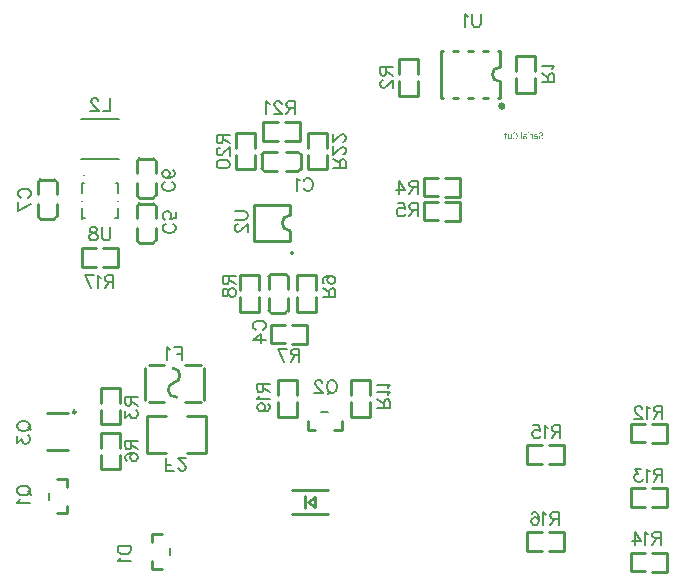
<source format=gbo>
G04 Layer: BottomSilkLayer*
G04 EasyEDA v6.3.39, 2020-04-29T00:00:54+01:00*
G04 38e1d9d995c248c0af5722392e401878,0b17d191cf8f41b9921c3230ced7432e,10*
G04 Gerber Generator version 0.2*
G04 Scale: 100 percent, Rotated: No, Reflected: No *
G04 Dimensions in millimeters *
G04 leading zeros omitted , absolute positions ,3 integer and 3 decimal *
%FSLAX33Y33*%
%MOMM*%
G90*
G71D02*

%ADD10C,0.254000*%
%ADD43C,0.152400*%
%ADD44C,0.200000*%
%ADD45C,0.150012*%

%LPD*%
G54D10*
G01X25540Y22438D02*
G01X25540Y20838D01*
G01X23689Y20843D02*
G01X22439Y20843D01*
G01X23689Y22443D02*
G01X22439Y22443D01*
G01X24290Y20838D02*
G01X25540Y20838D01*
G01X24290Y22438D02*
G01X25540Y22438D01*
G01X22439Y22443D02*
G01X22439Y20843D01*
G01X5209Y8722D02*
G01X5209Y9382D01*
G01X5209Y8722D01*
G01X5209Y9382D01*
G01X4394Y9382D01*
G01X4394Y6462D02*
G01X5209Y6462D01*
G01X5209Y7122D01*
G54D44*
G01X3659Y7622D02*
G01X3659Y8222D01*
G54D10*
G01X9538Y28915D02*
G01X9538Y27315D01*
G01X7687Y27320D02*
G01X6437Y27320D01*
G01X7687Y28920D02*
G01X6437Y28920D01*
G01X8288Y27315D02*
G01X9538Y27315D01*
G01X8288Y28915D02*
G01X9538Y28915D01*
G01X6437Y28920D02*
G01X6437Y27320D01*
G01X29286Y17727D02*
G01X30886Y17727D01*
G01X30881Y15876D02*
G01X30881Y14626D01*
G01X29281Y15876D02*
G01X29281Y14626D01*
G01X30886Y16477D02*
G01X30886Y17727D01*
G01X29286Y16477D02*
G01X29286Y17727D01*
G01X29281Y14626D02*
G01X30881Y14626D01*
G01X44157Y10675D02*
G01X44157Y12275D01*
G01X46008Y12270D02*
G01X47258Y12270D01*
G01X46008Y10670D02*
G01X47258Y10670D01*
G01X45407Y12275D02*
G01X44157Y12275D01*
G01X45407Y10675D02*
G01X44157Y10675D01*
G01X47258Y10670D02*
G01X47258Y12270D01*
G01X8077Y13282D02*
G01X9677Y13282D01*
G01X9672Y11431D02*
G01X9672Y10181D01*
G01X8072Y11431D02*
G01X8072Y10181D01*
G01X9677Y12032D02*
G01X9677Y13282D01*
G01X8077Y12032D02*
G01X8077Y13282D01*
G01X8072Y10181D02*
G01X9672Y10181D01*
G01X38494Y32852D02*
G01X38494Y31252D01*
G01X36643Y31257D02*
G01X35393Y31257D01*
G01X36643Y32857D02*
G01X35393Y32857D01*
G01X37244Y31252D02*
G01X38494Y31252D01*
G01X37244Y32852D02*
G01X38494Y32852D01*
G01X35393Y32857D02*
G01X35393Y31257D01*
G01X38494Y34884D02*
G01X38494Y33284D01*
G01X36643Y33289D02*
G01X35393Y33289D01*
G01X36643Y34889D02*
G01X35393Y34889D01*
G01X37244Y33284D02*
G01X38494Y33284D01*
G01X37244Y34884D02*
G01X38494Y34884D01*
G01X35393Y34889D02*
G01X35393Y33289D01*
G01X44157Y3309D02*
G01X44157Y4909D01*
G01X46008Y4904D02*
G01X47258Y4904D01*
G01X46008Y3304D02*
G01X47258Y3304D01*
G01X45407Y4909D02*
G01X44157Y4909D01*
G01X45407Y3309D02*
G01X44157Y3309D01*
G01X47258Y3304D02*
G01X47258Y4904D01*
G01X16838Y18797D02*
G01X16838Y16097D01*
G01X13438Y15847D02*
G01X12138Y15847D01*
G01X13438Y19047D02*
G01X12138Y19047D01*
G01X15238Y15847D02*
G01X16538Y15847D01*
G01X15238Y19047D02*
G01X16538Y19047D01*
G01X11838Y18797D02*
G01X11838Y16097D01*
G01X25590Y7414D02*
G01X26174Y7007D01*
G01X26174Y7007D02*
G01X26174Y7820D01*
G01X26174Y7820D02*
G01X25590Y7414D01*
G01X24268Y6414D02*
G01X27268Y6414D01*
G01X27268Y8414D02*
G01X24268Y8414D01*
G01X25361Y6906D02*
G01X25361Y7922D01*
G01X23063Y17727D02*
G01X24663Y17727D01*
G01X24658Y15876D02*
G01X24658Y14626D01*
G01X23058Y15876D02*
G01X23058Y14626D01*
G01X24663Y16477D02*
G01X24663Y17727D01*
G01X23063Y16477D02*
G01X23063Y17727D01*
G01X23058Y14626D02*
G01X24658Y14626D01*
G01X56020Y3134D02*
G01X56020Y1534D01*
G01X54169Y1539D02*
G01X52919Y1539D01*
G01X54169Y3139D02*
G01X52919Y3139D01*
G01X54770Y1534D02*
G01X56020Y1534D01*
G01X54770Y3134D02*
G01X56020Y3134D01*
G01X52919Y3139D02*
G01X52919Y1539D01*
G01X56020Y8595D02*
G01X56020Y6995D01*
G01X54169Y7000D02*
G01X52919Y7000D01*
G01X54169Y8600D02*
G01X52919Y8600D01*
G01X54770Y6995D02*
G01X56020Y6995D01*
G01X54770Y8595D02*
G01X56020Y8595D01*
G01X52919Y8600D02*
G01X52919Y7000D01*
G01X56020Y14056D02*
G01X56020Y12456D01*
G01X54169Y12461D02*
G01X52919Y12461D01*
G01X54169Y14061D02*
G01X52919Y14061D01*
G01X54770Y12456D02*
G01X56020Y12456D01*
G01X54770Y14056D02*
G01X56020Y14056D01*
G01X52919Y14061D02*
G01X52919Y12461D01*
G01X11965Y11529D02*
G01X11965Y14729D01*
G01X15365Y14729D02*
G01X16965Y14729D01*
G01X15365Y11529D02*
G01X16965Y11529D01*
G01X13565Y14729D02*
G01X11965Y14729D01*
G01X13565Y11529D02*
G01X11965Y11529D01*
G01X16965Y11529D02*
G01X16965Y14729D01*
G54D45*
G01X6488Y31441D02*
G01X6694Y31441D01*
G01X9282Y31441D02*
G01X9488Y31441D01*
G01X6488Y34441D02*
G01X6639Y34441D01*
G01X9337Y34441D02*
G01X9488Y34441D01*
G01X6488Y34441D02*
G01X6488Y33590D01*
G01X6488Y32942D02*
G01X6488Y32940D01*
G01X6488Y32292D02*
G01X6488Y31417D01*
G01X9488Y31441D02*
G01X9488Y32292D01*
G01X9488Y32940D02*
G01X9488Y32942D01*
G01X9488Y33590D02*
G01X9488Y34441D01*
G54D44*
G01X9588Y39858D02*
G01X6388Y39858D01*
G01X9588Y36438D02*
G01X6388Y36438D01*
G54D10*
G01X24071Y29524D02*
G01X24071Y30388D01*
G01X24071Y32547D02*
G01X21071Y32547D01*
G01X21074Y29524D02*
G01X21074Y32524D01*
G01X24074Y29524D02*
G01X21074Y29524D01*
G01X24071Y31683D02*
G01X24071Y32547D01*
G01X3532Y14933D02*
G01X5332Y14933D01*
G01X3532Y11833D02*
G01X5332Y11833D01*
G01X41857Y41609D02*
G01X41713Y41609D01*
G01X40811Y41609D02*
G01X40443Y41609D01*
G01X41857Y45609D02*
G01X41713Y45609D01*
G01X40811Y45609D02*
G01X40443Y45609D01*
G01X39541Y45609D02*
G01X39173Y45609D01*
G01X38271Y45609D02*
G01X37903Y45609D01*
G01X41857Y43029D02*
G01X41857Y41609D01*
G01X39541Y41609D02*
G01X39173Y41609D01*
G01X38271Y41609D02*
G01X37903Y41609D01*
G01X37001Y41609D02*
G01X36857Y41609D01*
G01X41857Y45609D02*
G01X41857Y44209D01*
G01X36857Y45609D02*
G01X36857Y41609D01*
G01X37001Y45609D02*
G01X36857Y45609D01*
G01X8077Y17092D02*
G01X9677Y17092D01*
G01X9672Y15241D02*
G01X9672Y13991D01*
G01X8072Y15241D02*
G01X8072Y13991D01*
G01X9677Y15842D02*
G01X9677Y17092D01*
G01X8077Y15842D02*
G01X8077Y17092D01*
G01X8072Y13991D02*
G01X9672Y13991D01*
G01X21488Y23517D02*
G01X19888Y23517D01*
G01X19893Y25367D02*
G01X19893Y26617D01*
G01X21493Y25367D02*
G01X21493Y26617D01*
G01X19888Y24767D02*
G01X19888Y23517D01*
G01X21488Y24767D02*
G01X21488Y23517D01*
G01X21493Y26617D02*
G01X19893Y26617D01*
G01X24714Y26617D02*
G01X26314Y26617D01*
G01X26309Y24766D02*
G01X26309Y23516D01*
G01X24709Y24766D02*
G01X24709Y23516D01*
G01X26314Y25367D02*
G01X26314Y26617D01*
G01X24714Y25367D02*
G01X24714Y26617D01*
G01X24709Y23516D02*
G01X26309Y23516D01*
G01X27838Y13495D02*
G01X28498Y13495D01*
G01X27838Y13495D01*
G01X28498Y13495D01*
G01X28498Y14310D01*
G01X25578Y14310D02*
G01X25578Y13495D01*
G01X26238Y13495D01*
G54D44*
G01X26738Y15045D02*
G01X27338Y15045D01*
G54D10*
G01X13233Y4683D02*
G01X12418Y4683D01*
G01X12418Y4023D01*
G01X12418Y2423D02*
G01X12418Y1763D01*
G01X12418Y2423D01*
G01X12418Y1763D01*
G01X13233Y1763D01*
G54D44*
G01X13968Y3523D02*
G01X13968Y2923D01*
G54D10*
G01X21805Y37983D02*
G01X21805Y39583D01*
G01X23655Y39578D02*
G01X24905Y39578D01*
G01X23655Y37978D02*
G01X24905Y37978D01*
G01X23055Y39583D02*
G01X21805Y39583D01*
G01X23055Y37983D02*
G01X21805Y37983D01*
G01X24905Y37978D02*
G01X24905Y39578D01*
G01X11325Y29386D02*
G01X12525Y29386D01*
G01X11125Y31436D02*
G01X11125Y32436D01*
G01X12725Y31436D02*
G01X12725Y32436D01*
G01X11125Y30636D02*
G01X11125Y29636D01*
G01X12725Y30636D02*
G01X12725Y29636D01*
G01X11325Y32686D02*
G01X12525Y32686D01*
G01X11125Y32486D02*
G01X11125Y32436D01*
G01X12725Y32486D02*
G01X12725Y32436D01*
G01X11125Y29586D02*
G01X11125Y29636D01*
G01X12725Y29586D02*
G01X12725Y29636D01*
G01X12525Y36496D02*
G01X11325Y36496D01*
G01X12725Y34446D02*
G01X12725Y33446D01*
G01X11125Y34446D02*
G01X11125Y33446D01*
G01X12725Y35246D02*
G01X12725Y36246D01*
G01X11125Y35246D02*
G01X11125Y36246D01*
G01X12525Y33196D02*
G01X11325Y33196D01*
G01X12725Y33396D02*
G01X12725Y33446D01*
G01X11125Y33396D02*
G01X11125Y33446D01*
G01X12725Y36296D02*
G01X12725Y36246D01*
G01X11125Y36296D02*
G01X11125Y36246D01*
G01X4143Y34718D02*
G01X2943Y34718D01*
G01X4343Y32668D02*
G01X4343Y31668D01*
G01X2743Y32668D02*
G01X2743Y31668D01*
G01X4343Y33468D02*
G01X4343Y34468D01*
G01X2743Y33468D02*
G01X2743Y34468D01*
G01X4143Y31418D02*
G01X2943Y31418D01*
G01X4343Y31618D02*
G01X4343Y31668D01*
G01X2743Y31618D02*
G01X2743Y31668D01*
G01X4343Y34518D02*
G01X4343Y34468D01*
G01X2743Y34518D02*
G01X2743Y34468D01*
G01X22501Y23417D02*
G01X23701Y23417D01*
G01X22301Y25467D02*
G01X22301Y26467D01*
G01X23901Y25467D02*
G01X23901Y26467D01*
G01X22301Y24667D02*
G01X22301Y23667D01*
G01X23901Y24667D02*
G01X23901Y23667D01*
G01X22501Y26717D02*
G01X23701Y26717D01*
G01X22301Y26517D02*
G01X22301Y26467D01*
G01X23901Y26517D02*
G01X23901Y26467D01*
G01X22301Y23617D02*
G01X22301Y23667D01*
G01X23901Y23617D02*
G01X23901Y23667D01*
G01X21705Y36843D02*
G01X21705Y35643D01*
G01X23755Y37043D02*
G01X24755Y37043D01*
G01X23755Y35443D02*
G01X24755Y35443D01*
G01X22955Y37043D02*
G01X21955Y37043D01*
G01X22955Y35443D02*
G01X21955Y35443D01*
G01X25005Y36843D02*
G01X25005Y35643D01*
G01X24805Y37043D02*
G01X24755Y37043D01*
G01X24805Y35443D02*
G01X24755Y35443D01*
G01X21905Y37043D02*
G01X21955Y37043D01*
G01X21905Y35443D02*
G01X21955Y35443D01*
G01X27203Y35582D02*
G01X25603Y35582D01*
G01X25608Y37432D02*
G01X25608Y38682D01*
G01X27208Y37432D02*
G01X27208Y38682D01*
G01X25603Y36832D02*
G01X25603Y35582D01*
G01X27203Y36832D02*
G01X27203Y35582D01*
G01X27208Y38682D02*
G01X25608Y38682D01*
G01X19507Y38682D02*
G01X21107Y38682D01*
G01X21102Y36831D02*
G01X21102Y35581D01*
G01X19502Y36831D02*
G01X19502Y35581D01*
G01X21107Y37432D02*
G01X21107Y38682D01*
G01X19507Y37432D02*
G01X19507Y38682D01*
G01X19502Y35581D02*
G01X21102Y35581D01*
G01X34950Y41805D02*
G01X33350Y41805D01*
G01X33355Y43655D02*
G01X33355Y44905D01*
G01X34955Y43655D02*
G01X34955Y44905D01*
G01X33350Y43055D02*
G01X33350Y41805D01*
G01X34950Y43055D02*
G01X34950Y41805D01*
G01X34955Y44905D02*
G01X33355Y44905D01*
G01X44856Y42059D02*
G01X43256Y42059D01*
G01X43261Y43909D02*
G01X43261Y45159D01*
G01X44861Y43909D02*
G01X44861Y45159D01*
G01X43256Y43309D02*
G01X43256Y42059D01*
G01X44856Y43309D02*
G01X44856Y42059D01*
G01X44861Y45159D02*
G01X43261Y45159D01*

%LPD*%
G36*
G01X44335Y38729D02*
G01X44317Y38732D01*
G01X44301Y38729D01*
G01X44287Y38721D01*
G01X44278Y38709D01*
G01X44274Y38691D01*
G01X44278Y38673D01*
G01X44287Y38659D01*
G01X44301Y38651D01*
G01X44317Y38648D01*
G01X44335Y38651D01*
G01X44348Y38659D01*
G01X44358Y38673D01*
G01X44361Y38691D01*
G01X44358Y38709D01*
G01X44348Y38721D01*
G01X44335Y38729D01*
G37*

%LPD*%
G36*
G01X44350Y38559D02*
G01X44287Y38559D01*
G01X44287Y38148D01*
G01X44350Y38148D01*
G01X44350Y38559D01*
G37*

%LPD*%
G36*
G01X44462Y38569D02*
G01X44450Y38569D01*
G01X44430Y38565D01*
G01X44419Y38562D01*
G01X44432Y38506D01*
G01X44441Y38509D01*
G01X44459Y38513D01*
G01X44470Y38514D01*
G01X44498Y38508D01*
G01X44526Y38492D01*
G01X44553Y38462D01*
G01X44577Y38417D01*
G01X44577Y38148D01*
G01X44637Y38148D01*
G01X44637Y38559D01*
G01X44587Y38559D01*
G01X44582Y38483D01*
G01X44579Y38483D01*
G01X44556Y38519D01*
G01X44527Y38546D01*
G01X44496Y38563D01*
G01X44462Y38569D01*
G37*

%LPD*%
G36*
G01X42382Y38676D02*
G01X42329Y38676D01*
G01X42329Y38559D01*
G01X42217Y38559D01*
G01X42217Y38508D01*
G01X42329Y38508D01*
G01X42329Y38270D01*
G01X42326Y38236D01*
G01X42315Y38210D01*
G01X42296Y38194D01*
G01X42265Y38188D01*
G01X42253Y38189D01*
G01X42240Y38192D01*
G01X42228Y38196D01*
G01X42217Y38201D01*
G01X42204Y38153D01*
G01X42222Y38147D01*
G01X42241Y38142D01*
G01X42260Y38139D01*
G01X42278Y38138D01*
G01X42332Y38147D01*
G01X42367Y38174D01*
G01X42387Y38217D01*
G01X42392Y38272D01*
G01X42392Y38508D01*
G01X42453Y38508D01*
G01X42453Y38557D01*
G01X42390Y38559D01*
G01X42382Y38676D01*
G37*

%LPD*%
G36*
G01X42608Y38559D02*
G01X42547Y38559D01*
G01X42547Y38148D01*
G01X42598Y38148D01*
G01X42603Y38214D01*
G01X42605Y38214D01*
G01X42635Y38183D01*
G01X42666Y38158D01*
G01X42702Y38143D01*
G01X42743Y38138D01*
G01X42799Y38148D01*
G01X42837Y38179D01*
G01X42860Y38229D01*
G01X42867Y38298D01*
G01X42867Y38559D01*
G01X42806Y38559D01*
G01X42806Y38305D01*
G01X42801Y38254D01*
G01X42786Y38218D01*
G01X42761Y38198D01*
G01X42725Y38191D01*
G01X42694Y38196D01*
G01X42665Y38209D01*
G01X42637Y38232D01*
G01X42608Y38265D01*
G01X42608Y38559D01*
G37*

%LPD*%
G36*
G01X43170Y38712D02*
G01X43119Y38717D01*
G01X43070Y38711D01*
G01X43029Y38696D01*
G01X42994Y38674D01*
G01X42966Y38648D01*
G01X43002Y38608D01*
G01X43026Y38629D01*
G01X43054Y38646D01*
G01X43084Y38657D01*
G01X43119Y38661D01*
G01X43193Y38645D01*
G01X43250Y38598D01*
G01X43286Y38525D01*
G01X43299Y38427D01*
G01X43287Y38331D01*
G01X43251Y38257D01*
G01X43195Y38210D01*
G01X43121Y38193D01*
G01X43082Y38198D01*
G01X43047Y38210D01*
G01X43017Y38230D01*
G01X42989Y38257D01*
G01X42953Y38219D01*
G01X42988Y38184D01*
G01X43027Y38158D01*
G01X43072Y38143D01*
G01X43124Y38138D01*
G01X43173Y38143D01*
G01X43219Y38157D01*
G01X43259Y38182D01*
G01X43294Y38215D01*
G01X43323Y38256D01*
G01X43345Y38306D01*
G01X43358Y38363D01*
G01X43362Y38427D01*
G01X43358Y38491D01*
G01X43344Y38548D01*
G01X43323Y38597D01*
G01X43294Y38638D01*
G01X43258Y38672D01*
G01X43217Y38696D01*
G01X43170Y38712D01*
G37*

%LPD*%
G36*
G01X43718Y38755D02*
G01X43657Y38755D01*
G01X43657Y38219D01*
G01X43655Y38206D01*
G01X43651Y38196D01*
G01X43645Y38190D01*
G01X43637Y38188D01*
G01X43635Y38188D01*
G01X43632Y38189D01*
G01X43629Y38189D01*
G01X43624Y38191D01*
G01X43614Y38143D01*
G01X43621Y38141D01*
G01X43630Y38139D01*
G01X43640Y38138D01*
G01X43652Y38138D01*
G01X43681Y38143D01*
G01X43702Y38160D01*
G01X43714Y38187D01*
G01X43718Y38224D01*
G01X43718Y38755D01*
G37*

%LPD*%
G36*
G01X44041Y38564D02*
G01X43992Y38569D01*
G01X43929Y38557D01*
G01X43887Y38523D01*
G01X43863Y38471D01*
G01X43855Y38404D01*
G01X43855Y38148D01*
G01X43906Y38148D01*
G01X43911Y38199D01*
G01X43914Y38199D01*
G01X43944Y38175D01*
G01X43978Y38156D01*
G01X44013Y38143D01*
G01X44051Y38138D01*
G01X44098Y38145D01*
G01X44136Y38168D01*
G01X44161Y38204D01*
G01X44170Y38254D01*
G01X44155Y38313D01*
G01X44109Y38357D01*
G01X44030Y38388D01*
G01X43916Y38407D01*
G01X43920Y38448D01*
G01X43932Y38484D01*
G01X43959Y38509D01*
G01X44002Y38519D01*
G01X44039Y38515D01*
G01X44073Y38503D01*
G01X44103Y38489D01*
G01X44129Y38473D01*
G01X44152Y38516D01*
G01X44122Y38534D01*
G01X44085Y38551D01*
G01X44041Y38564D01*
G37*

%LPC*%
G36*
G01X44008Y38349D02*
G01X43916Y38366D01*
G01X43916Y38244D01*
G01X43946Y38220D01*
G01X43975Y38203D01*
G01X44004Y38192D01*
G01X44035Y38188D01*
G01X44064Y38192D01*
G01X44089Y38205D01*
G01X44106Y38226D01*
G01X44112Y38257D01*
G01X44102Y38295D01*
G01X44068Y38326D01*
G01X44008Y38349D01*
G37*

%LPD*%
G36*
G01X44973Y38555D02*
G01X44904Y38569D01*
G01X44836Y38556D01*
G01X44785Y38518D01*
G01X44753Y38457D01*
G01X44742Y38376D01*
G01X44742Y38367D01*
G01X44743Y38358D01*
G01X44745Y38349D01*
G01X44747Y38341D01*
G01X45026Y38341D01*
G01X45014Y38278D01*
G01X44986Y38230D01*
G01X44942Y38200D01*
G01X44886Y38188D01*
G01X44857Y38191D01*
G01X44831Y38197D01*
G01X44806Y38208D01*
G01X44782Y38221D01*
G01X44759Y38181D01*
G01X44787Y38165D01*
G01X44818Y38151D01*
G01X44853Y38141D01*
G01X44894Y38138D01*
G01X44970Y38152D01*
G01X45032Y38195D01*
G01X45074Y38263D01*
G01X45090Y38354D01*
G01X45074Y38444D01*
G01X45032Y38512D01*
G01X44973Y38555D01*
G37*

%LPC*%
G36*
G01X44948Y38510D02*
G01X44904Y38519D01*
G01X44858Y38510D01*
G01X44825Y38485D01*
G01X44805Y38443D01*
G01X44797Y38387D01*
G01X45026Y38387D01*
G01X45012Y38442D01*
G01X44985Y38484D01*
G01X44948Y38510D01*
G37*

%LPD*%
G36*
G01X45412Y38706D02*
G01X45344Y38717D01*
G01X45296Y38711D01*
G01X45252Y38697D01*
G01X45213Y38675D01*
G01X45181Y38648D01*
G01X45214Y38608D01*
G01X45242Y38629D01*
G01X45272Y38646D01*
G01X45306Y38657D01*
G01X45344Y38661D01*
G01X45387Y38655D01*
G01X45422Y38637D01*
G01X45445Y38611D01*
G01X45453Y38574D01*
G01X45444Y38537D01*
G01X45422Y38511D01*
G01X45392Y38492D01*
G01X45359Y38478D01*
G01X45278Y38442D01*
G01X45233Y38419D01*
G01X45197Y38389D01*
G01X45172Y38348D01*
G01X45163Y38295D01*
G01X45176Y38233D01*
G01X45213Y38183D01*
G01X45271Y38150D01*
G01X45349Y38138D01*
G01X45407Y38144D01*
G01X45459Y38160D01*
G01X45505Y38187D01*
G01X45544Y38221D01*
G01X45506Y38265D01*
G01X45473Y38235D01*
G01X45434Y38213D01*
G01X45392Y38199D01*
G01X45349Y38193D01*
G01X45297Y38201D01*
G01X45259Y38220D01*
G01X45235Y38250D01*
G01X45227Y38290D01*
G01X45234Y38329D01*
G01X45254Y38355D01*
G01X45284Y38375D01*
G01X45321Y38392D01*
G01X45402Y38427D01*
G01X45442Y38447D01*
G01X45479Y38476D01*
G01X45506Y38516D01*
G01X45516Y38569D01*
G01X45503Y38628D01*
G01X45467Y38675D01*
G01X45412Y38706D01*
G37*

%LPD*%
G54D43*
G01X24879Y20378D02*
G01X24879Y19288D01*
G01X24879Y20378D02*
G01X24411Y20378D01*
G01X24256Y20327D01*
G01X24203Y20274D01*
G01X24152Y20170D01*
G01X24152Y20066D01*
G01X24203Y19961D01*
G01X24256Y19911D01*
G01X24411Y19860D01*
G01X24879Y19860D01*
G01X24515Y19860D02*
G01X24152Y19288D01*
G01X23080Y20378D02*
G01X23601Y19288D01*
G01X23809Y20378D02*
G01X23080Y20378D01*
G01X993Y8498D02*
G01X1043Y8602D01*
G01X1148Y8707D01*
G01X1252Y8760D01*
G01X1409Y8811D01*
G01X1668Y8811D01*
G01X1823Y8760D01*
G01X1927Y8707D01*
G01X2032Y8602D01*
G01X2082Y8498D01*
G01X2082Y8290D01*
G01X2032Y8188D01*
G01X1927Y8084D01*
G01X1823Y8031D01*
G01X1668Y7980D01*
G01X1409Y7980D01*
G01X1252Y8031D01*
G01X1148Y8084D01*
G01X1043Y8188D01*
G01X993Y8290D01*
G01X993Y8498D01*
G01X1877Y8343D02*
G01X2186Y8031D01*
G01X1201Y7637D02*
G01X1148Y7533D01*
G01X993Y7376D01*
G01X2082Y7376D01*
G01X9130Y26601D02*
G01X9130Y25511D01*
G01X9130Y26601D02*
G01X8663Y26601D01*
G01X8508Y26550D01*
G01X8455Y26497D01*
G01X8404Y26393D01*
G01X8404Y26289D01*
G01X8455Y26184D01*
G01X8508Y26134D01*
G01X8663Y26083D01*
G01X9130Y26083D01*
G01X8767Y26083D02*
G01X8404Y25511D01*
G01X8061Y26393D02*
G01X7957Y26446D01*
G01X7799Y26601D01*
G01X7799Y25511D01*
G01X6730Y26601D02*
G01X7251Y25511D01*
G01X7457Y26601D02*
G01X6730Y26601D01*
G01X32562Y15387D02*
G01X31473Y15387D01*
G01X32562Y15387D02*
G01X32562Y15854D01*
G01X32512Y16009D01*
G01X32458Y16063D01*
G01X32354Y16113D01*
G01X32250Y16113D01*
G01X32146Y16063D01*
G01X32095Y16009D01*
G01X32044Y15854D01*
G01X32044Y15387D01*
G01X32044Y15750D02*
G01X31473Y16113D01*
G01X32354Y16456D02*
G01X32407Y16560D01*
G01X32562Y16718D01*
G01X31473Y16718D01*
G01X32354Y17061D02*
G01X32407Y17165D01*
G01X32562Y17320D01*
G01X31473Y17320D01*
G01X46977Y13901D02*
G01X46977Y12811D01*
G01X46977Y13901D02*
G01X46509Y13901D01*
G01X46354Y13850D01*
G01X46301Y13797D01*
G01X46250Y13693D01*
G01X46250Y13589D01*
G01X46301Y13484D01*
G01X46354Y13434D01*
G01X46509Y13383D01*
G01X46977Y13383D01*
G01X46613Y13383D02*
G01X46250Y12811D01*
G01X45907Y13693D02*
G01X45803Y13746D01*
G01X45646Y13901D01*
G01X45646Y12811D01*
G01X44680Y13901D02*
G01X45199Y13901D01*
G01X45252Y13434D01*
G01X45199Y13484D01*
G01X45044Y13538D01*
G01X44889Y13538D01*
G01X44731Y13484D01*
G01X44627Y13383D01*
G01X44576Y13225D01*
G01X44576Y13121D01*
G01X44627Y12966D01*
G01X44731Y12862D01*
G01X44889Y12811D01*
G01X45044Y12811D01*
G01X45199Y12862D01*
G01X45252Y12913D01*
G01X45303Y13017D01*
G01X10137Y12621D02*
G01X11226Y12621D01*
G01X10137Y12621D02*
G01X10137Y12153D01*
G01X10187Y11998D01*
G01X10241Y11945D01*
G01X10345Y11894D01*
G01X10449Y11894D01*
G01X10553Y11945D01*
G01X10604Y11998D01*
G01X10655Y12153D01*
G01X10655Y12621D01*
G01X10655Y12257D02*
G01X11226Y11894D01*
G01X10292Y10926D02*
G01X10187Y10980D01*
G01X10137Y11135D01*
G01X10137Y11239D01*
G01X10187Y11394D01*
G01X10345Y11498D01*
G01X10604Y11551D01*
G01X10863Y11551D01*
G01X11071Y11498D01*
G01X11176Y11394D01*
G01X11226Y11239D01*
G01X11226Y11186D01*
G01X11176Y11031D01*
G01X11071Y10926D01*
G01X10916Y10876D01*
G01X10863Y10876D01*
G01X10708Y10926D01*
G01X10604Y11031D01*
G01X10553Y11186D01*
G01X10553Y11239D01*
G01X10604Y11394D01*
G01X10708Y11498D01*
G01X10863Y11551D01*
G01X34912Y32697D02*
G01X34912Y31607D01*
G01X34912Y32697D02*
G01X34444Y32697D01*
G01X34289Y32646D01*
G01X34236Y32593D01*
G01X34185Y32489D01*
G01X34185Y32385D01*
G01X34236Y32280D01*
G01X34289Y32230D01*
G01X34444Y32179D01*
G01X34912Y32179D01*
G01X34548Y32179D02*
G01X34185Y31607D01*
G01X33218Y32697D02*
G01X33738Y32697D01*
G01X33789Y32230D01*
G01X33738Y32280D01*
G01X33581Y32334D01*
G01X33426Y32334D01*
G01X33271Y32280D01*
G01X33167Y32179D01*
G01X33113Y32021D01*
G01X33113Y31917D01*
G01X33167Y31762D01*
G01X33271Y31658D01*
G01X33426Y31607D01*
G01X33581Y31607D01*
G01X33738Y31658D01*
G01X33789Y31709D01*
G01X33842Y31813D01*
G01X34912Y34602D02*
G01X34912Y33512D01*
G01X34912Y34602D02*
G01X34444Y34602D01*
G01X34289Y34551D01*
G01X34236Y34498D01*
G01X34185Y34394D01*
G01X34185Y34290D01*
G01X34236Y34185D01*
G01X34289Y34135D01*
G01X34444Y34084D01*
G01X34912Y34084D01*
G01X34548Y34084D02*
G01X34185Y33512D01*
G01X33322Y34602D02*
G01X33842Y33875D01*
G01X33063Y33875D01*
G01X33322Y34602D02*
G01X33322Y33512D01*
G01X46850Y6535D02*
G01X46850Y5445D01*
G01X46850Y6535D02*
G01X46382Y6535D01*
G01X46227Y6484D01*
G01X46174Y6431D01*
G01X46123Y6327D01*
G01X46123Y6223D01*
G01X46174Y6118D01*
G01X46227Y6068D01*
G01X46382Y6017D01*
G01X46850Y6017D01*
G01X46486Y6017D02*
G01X46123Y5445D01*
G01X45780Y6327D02*
G01X45676Y6380D01*
G01X45519Y6535D01*
G01X45519Y5445D01*
G01X44553Y6380D02*
G01X44604Y6484D01*
G01X44762Y6535D01*
G01X44866Y6535D01*
G01X45021Y6484D01*
G01X45125Y6327D01*
G01X45176Y6068D01*
G01X45176Y5809D01*
G01X45125Y5600D01*
G01X45021Y5496D01*
G01X44866Y5445D01*
G01X44812Y5445D01*
G01X44658Y5496D01*
G01X44553Y5600D01*
G01X44500Y5755D01*
G01X44500Y5809D01*
G01X44553Y5963D01*
G01X44658Y6068D01*
G01X44812Y6118D01*
G01X44866Y6118D01*
G01X45021Y6068D01*
G01X45125Y5963D01*
G01X45176Y5809D01*
G01X14973Y20505D02*
G01X14973Y19415D01*
G01X14973Y20505D02*
G01X14297Y20505D01*
G01X14973Y19987D02*
G01X14556Y19987D01*
G01X13954Y20297D02*
G01X13850Y20350D01*
G01X13695Y20505D01*
G01X13695Y19415D01*
G01X21313Y17447D02*
G01X22402Y17447D01*
G01X21313Y17447D02*
G01X21313Y16979D01*
G01X21363Y16824D01*
G01X21417Y16771D01*
G01X21521Y16720D01*
G01X21625Y16720D01*
G01X21729Y16771D01*
G01X21780Y16824D01*
G01X21831Y16979D01*
G01X21831Y17447D01*
G01X21831Y17083D02*
G01X22402Y16720D01*
G01X21521Y16377D02*
G01X21468Y16273D01*
G01X21313Y16116D01*
G01X22402Y16116D01*
G01X21676Y15097D02*
G01X21831Y15150D01*
G01X21935Y15255D01*
G01X21988Y15410D01*
G01X21988Y15463D01*
G01X21935Y15618D01*
G01X21831Y15722D01*
G01X21676Y15773D01*
G01X21625Y15773D01*
G01X21468Y15722D01*
G01X21363Y15618D01*
G01X21313Y15463D01*
G01X21313Y15410D01*
G01X21363Y15255D01*
G01X21468Y15150D01*
G01X21676Y15097D01*
G01X21935Y15097D01*
G01X22197Y15150D01*
G01X22352Y15255D01*
G01X22402Y15410D01*
G01X22402Y15514D01*
G01X22352Y15669D01*
G01X22247Y15722D01*
G01X55486Y4884D02*
G01X55486Y3794D01*
G01X55486Y4884D02*
G01X55018Y4884D01*
G01X54863Y4833D01*
G01X54810Y4780D01*
G01X54759Y4676D01*
G01X54759Y4572D01*
G01X54810Y4467D01*
G01X54863Y4417D01*
G01X55018Y4366D01*
G01X55486Y4366D01*
G01X55122Y4366D02*
G01X54759Y3794D01*
G01X54416Y4676D02*
G01X54312Y4729D01*
G01X54155Y4884D01*
G01X54155Y3794D01*
G01X53294Y4884D02*
G01X53812Y4157D01*
G01X53035Y4157D01*
G01X53294Y4884D02*
G01X53294Y3794D01*
G01X55613Y10218D02*
G01X55613Y9128D01*
G01X55613Y10218D02*
G01X55145Y10218D01*
G01X54990Y10167D01*
G01X54937Y10114D01*
G01X54886Y10010D01*
G01X54886Y9906D01*
G01X54937Y9801D01*
G01X54990Y9751D01*
G01X55145Y9700D01*
G01X55613Y9700D01*
G01X55249Y9700D02*
G01X54886Y9128D01*
G01X54543Y10010D02*
G01X54439Y10063D01*
G01X54282Y10218D01*
G01X54282Y9128D01*
G01X53835Y10218D02*
G01X53263Y10218D01*
G01X53576Y9801D01*
G01X53421Y9801D01*
G01X53317Y9751D01*
G01X53263Y9700D01*
G01X53212Y9542D01*
G01X53212Y9438D01*
G01X53263Y9283D01*
G01X53367Y9179D01*
G01X53525Y9128D01*
G01X53680Y9128D01*
G01X53835Y9179D01*
G01X53888Y9230D01*
G01X53939Y9334D01*
G01X55613Y15552D02*
G01X55613Y14462D01*
G01X55613Y15552D02*
G01X55145Y15552D01*
G01X54990Y15501D01*
G01X54937Y15448D01*
G01X54886Y15344D01*
G01X54886Y15240D01*
G01X54937Y15135D01*
G01X54990Y15085D01*
G01X55145Y15034D01*
G01X55613Y15034D01*
G01X55249Y15034D02*
G01X54886Y14462D01*
G01X54543Y15344D02*
G01X54439Y15397D01*
G01X54282Y15552D01*
G01X54282Y14462D01*
G01X53888Y15293D02*
G01X53888Y15344D01*
G01X53835Y15448D01*
G01X53784Y15501D01*
G01X53680Y15552D01*
G01X53471Y15552D01*
G01X53367Y15501D01*
G01X53317Y15448D01*
G01X53263Y15344D01*
G01X53263Y15240D01*
G01X53317Y15135D01*
G01X53421Y14980D01*
G01X53939Y14462D01*
G01X53212Y14462D01*
G01X13576Y10070D02*
G01X13576Y11161D01*
G01X13576Y10070D02*
G01X14251Y10070D01*
G01X13576Y10590D02*
G01X13991Y10590D01*
G01X14646Y10330D02*
G01X14646Y10278D01*
G01X14698Y10174D01*
G01X14750Y10122D01*
G01X14854Y10070D01*
G01X15062Y10070D01*
G01X15166Y10122D01*
G01X15218Y10174D01*
G01X15270Y10278D01*
G01X15270Y10382D01*
G01X15218Y10486D01*
G01X15114Y10642D01*
G01X14594Y11161D01*
G01X15321Y11161D01*
G01X8877Y30665D02*
G01X8877Y29885D01*
G01X8826Y29730D01*
G01X8722Y29626D01*
G01X8564Y29575D01*
G01X8460Y29575D01*
G01X8305Y29626D01*
G01X8201Y29730D01*
G01X8150Y29885D01*
G01X8150Y30665D01*
G01X7546Y30665D02*
G01X7703Y30614D01*
G01X7754Y30510D01*
G01X7754Y30406D01*
G01X7703Y30302D01*
G01X7599Y30248D01*
G01X7391Y30198D01*
G01X7236Y30147D01*
G01X7132Y30043D01*
G01X7078Y29938D01*
G01X7078Y29781D01*
G01X7132Y29677D01*
G01X7183Y29626D01*
G01X7340Y29575D01*
G01X7546Y29575D01*
G01X7703Y29626D01*
G01X7754Y29677D01*
G01X7807Y29781D01*
G01X7807Y29938D01*
G01X7754Y30043D01*
G01X7650Y30147D01*
G01X7495Y30198D01*
G01X7287Y30248D01*
G01X7183Y30302D01*
G01X7132Y30406D01*
G01X7132Y30510D01*
G01X7183Y30614D01*
G01X7340Y30665D01*
G01X7546Y30665D01*
G01X8877Y41587D02*
G01X8877Y40497D01*
G01X8877Y40497D02*
G01X8255Y40497D01*
G01X7858Y41328D02*
G01X7858Y41379D01*
G01X7807Y41483D01*
G01X7754Y41536D01*
G01X7650Y41587D01*
G01X7442Y41587D01*
G01X7340Y41536D01*
G01X7287Y41483D01*
G01X7236Y41379D01*
G01X7236Y41275D01*
G01X7287Y41170D01*
G01X7391Y41015D01*
G01X7912Y40497D01*
G01X7183Y40497D01*
G01X19408Y32052D02*
G01X20187Y32052D01*
G01X20342Y32001D01*
G01X20447Y31897D01*
G01X20497Y31739D01*
G01X20497Y31635D01*
G01X20447Y31480D01*
G01X20342Y31376D01*
G01X20187Y31325D01*
G01X19408Y31325D01*
G01X19667Y30929D02*
G01X19616Y30929D01*
G01X19512Y30878D01*
G01X19458Y30825D01*
G01X19408Y30721D01*
G01X19408Y30515D01*
G01X19458Y30411D01*
G01X19512Y30358D01*
G01X19616Y30307D01*
G01X19720Y30307D01*
G01X19824Y30358D01*
G01X19979Y30462D01*
G01X20497Y30983D01*
G01X20497Y30254D01*
G01X993Y13959D02*
G01X1043Y14063D01*
G01X1148Y14168D01*
G01X1252Y14221D01*
G01X1409Y14272D01*
G01X1668Y14272D01*
G01X1823Y14221D01*
G01X1927Y14168D01*
G01X2032Y14063D01*
G01X2082Y13959D01*
G01X2082Y13751D01*
G01X2032Y13649D01*
G01X1927Y13545D01*
G01X1823Y13492D01*
G01X1668Y13441D01*
G01X1409Y13441D01*
G01X1252Y13492D01*
G01X1148Y13545D01*
G01X1043Y13649D01*
G01X993Y13751D01*
G01X993Y13959D01*
G01X1877Y13804D02*
G01X2186Y13492D01*
G01X993Y12994D02*
G01X993Y12423D01*
G01X1409Y12735D01*
G01X1409Y12578D01*
G01X1460Y12473D01*
G01X1511Y12423D01*
G01X1668Y12369D01*
G01X1772Y12369D01*
G01X1927Y12423D01*
G01X2032Y12527D01*
G01X2082Y12682D01*
G01X2082Y12837D01*
G01X2032Y12994D01*
G01X1981Y13045D01*
G01X1877Y13098D01*
G01X40246Y48699D02*
G01X40246Y47919D01*
G01X40195Y47764D01*
G01X40091Y47660D01*
G01X39933Y47609D01*
G01X39829Y47609D01*
G01X39674Y47660D01*
G01X39570Y47764D01*
G01X39519Y47919D01*
G01X39519Y48699D01*
G01X39176Y48491D02*
G01X39072Y48544D01*
G01X38915Y48699D01*
G01X38915Y47609D01*
G01X10137Y16304D02*
G01X11226Y16304D01*
G01X10137Y16304D02*
G01X10137Y15836D01*
G01X10187Y15681D01*
G01X10241Y15628D01*
G01X10345Y15577D01*
G01X10449Y15577D01*
G01X10553Y15628D01*
G01X10604Y15681D01*
G01X10655Y15836D01*
G01X10655Y16304D01*
G01X10655Y15940D02*
G01X11226Y15577D01*
G01X10137Y15130D02*
G01X10137Y14559D01*
G01X10553Y14869D01*
G01X10553Y14714D01*
G01X10604Y14609D01*
G01X10655Y14559D01*
G01X10812Y14505D01*
G01X10916Y14505D01*
G01X11071Y14559D01*
G01X11176Y14663D01*
G01X11226Y14818D01*
G01X11226Y14973D01*
G01X11176Y15130D01*
G01X11125Y15181D01*
G01X11021Y15234D01*
G01X18392Y26591D02*
G01X19481Y26591D01*
G01X18392Y26591D02*
G01X18392Y26123D01*
G01X18442Y25968D01*
G01X18496Y25915D01*
G01X18600Y25864D01*
G01X18704Y25864D01*
G01X18808Y25915D01*
G01X18859Y25968D01*
G01X18910Y26123D01*
G01X18910Y26591D01*
G01X18910Y26227D02*
G01X19481Y25864D01*
G01X18392Y25260D02*
G01X18442Y25417D01*
G01X18547Y25468D01*
G01X18651Y25468D01*
G01X18755Y25417D01*
G01X18808Y25313D01*
G01X18859Y25105D01*
G01X18910Y24950D01*
G01X19014Y24846D01*
G01X19118Y24792D01*
G01X19276Y24792D01*
G01X19380Y24846D01*
G01X19431Y24896D01*
G01X19481Y25054D01*
G01X19481Y25260D01*
G01X19431Y25417D01*
G01X19380Y25468D01*
G01X19276Y25521D01*
G01X19118Y25521D01*
G01X19014Y25468D01*
G01X18910Y25364D01*
G01X18859Y25209D01*
G01X18808Y25001D01*
G01X18755Y24896D01*
G01X18651Y24846D01*
G01X18547Y24846D01*
G01X18442Y24896D01*
G01X18392Y25054D01*
G01X18392Y25260D01*
G01X27937Y24813D02*
G01X26847Y24813D01*
G01X27937Y24813D02*
G01X27937Y25280D01*
G01X27886Y25435D01*
G01X27833Y25489D01*
G01X27729Y25539D01*
G01X27625Y25539D01*
G01X27520Y25489D01*
G01X27470Y25435D01*
G01X27419Y25280D01*
G01X27419Y24813D01*
G01X27419Y25176D02*
G01X26847Y25539D01*
G01X27574Y26558D02*
G01X27419Y26507D01*
G01X27315Y26403D01*
G01X27261Y26248D01*
G01X27261Y26195D01*
G01X27315Y26040D01*
G01X27419Y25936D01*
G01X27574Y25882D01*
G01X27625Y25882D01*
G01X27782Y25936D01*
G01X27886Y26040D01*
G01X27937Y26195D01*
G01X27937Y26248D01*
G01X27886Y26403D01*
G01X27782Y26507D01*
G01X27574Y26558D01*
G01X27315Y26558D01*
G01X27053Y26507D01*
G01X26898Y26403D01*
G01X26847Y26248D01*
G01X26847Y26144D01*
G01X26898Y25986D01*
G01X27002Y25936D01*
G01X27739Y17741D02*
G01X27843Y17691D01*
G01X27947Y17586D01*
G01X28000Y17482D01*
G01X28051Y17325D01*
G01X28051Y17066D01*
G01X28000Y16911D01*
G01X27947Y16807D01*
G01X27843Y16703D01*
G01X27739Y16652D01*
G01X27531Y16652D01*
G01X27429Y16703D01*
G01X27325Y16807D01*
G01X27271Y16911D01*
G01X27221Y17066D01*
G01X27221Y17325D01*
G01X27271Y17482D01*
G01X27325Y17586D01*
G01X27429Y17691D01*
G01X27531Y17741D01*
G01X27739Y17741D01*
G01X27584Y16857D02*
G01X27271Y16548D01*
G01X26824Y17482D02*
G01X26824Y17533D01*
G01X26774Y17637D01*
G01X26720Y17691D01*
G01X26616Y17741D01*
G01X26410Y17741D01*
G01X26306Y17691D01*
G01X26253Y17637D01*
G01X26202Y17533D01*
G01X26202Y17429D01*
G01X26253Y17325D01*
G01X26357Y17170D01*
G01X26878Y16652D01*
G01X26149Y16652D01*
G01X9502Y3731D02*
G01X10591Y3731D01*
G01X9502Y3731D02*
G01X9502Y3368D01*
G01X9552Y3210D01*
G01X9657Y3108D01*
G01X9761Y3055D01*
G01X9918Y3004D01*
G01X10177Y3004D01*
G01X10332Y3055D01*
G01X10436Y3108D01*
G01X10541Y3210D01*
G01X10591Y3368D01*
G01X10591Y3731D01*
G01X9710Y2661D02*
G01X9657Y2557D01*
G01X9502Y2400D01*
G01X10591Y2400D01*
G01X24498Y41333D02*
G01X24498Y40243D01*
G01X24498Y41333D02*
G01X24030Y41333D01*
G01X23875Y41282D01*
G01X23822Y41229D01*
G01X23771Y41125D01*
G01X23771Y41021D01*
G01X23822Y40916D01*
G01X23875Y40866D01*
G01X24030Y40815D01*
G01X24498Y40815D01*
G01X24134Y40815D02*
G01X23771Y40243D01*
G01X23375Y41074D02*
G01X23375Y41125D01*
G01X23324Y41229D01*
G01X23271Y41282D01*
G01X23167Y41333D01*
G01X22961Y41333D01*
G01X22857Y41282D01*
G01X22804Y41229D01*
G01X22753Y41125D01*
G01X22753Y41021D01*
G01X22804Y40916D01*
G01X22908Y40761D01*
G01X23428Y40243D01*
G01X22699Y40243D01*
G01X22356Y41125D02*
G01X22252Y41178D01*
G01X22097Y41333D01*
G01X22097Y40243D01*
G01X14142Y30982D02*
G01X14246Y30929D01*
G01X14351Y30825D01*
G01X14401Y30723D01*
G01X14401Y30515D01*
G01X14351Y30411D01*
G01X14246Y30307D01*
G01X14142Y30253D01*
G01X13985Y30203D01*
G01X13726Y30203D01*
G01X13571Y30253D01*
G01X13467Y30307D01*
G01X13362Y30411D01*
G01X13312Y30515D01*
G01X13312Y30723D01*
G01X13362Y30825D01*
G01X13467Y30929D01*
G01X13571Y30982D01*
G01X14401Y31947D02*
G01X14401Y31429D01*
G01X13934Y31376D01*
G01X13985Y31429D01*
G01X14038Y31584D01*
G01X14038Y31739D01*
G01X13985Y31897D01*
G01X13883Y32001D01*
G01X13726Y32052D01*
G01X13622Y32052D01*
G01X13467Y32001D01*
G01X13362Y31897D01*
G01X13312Y31739D01*
G01X13312Y31584D01*
G01X13362Y31429D01*
G01X13413Y31376D01*
G01X13517Y31325D01*
G01X14089Y34529D02*
G01X14193Y34476D01*
G01X14297Y34372D01*
G01X14348Y34270D01*
G01X14348Y34062D01*
G01X14297Y33958D01*
G01X14193Y33854D01*
G01X14089Y33800D01*
G01X13931Y33749D01*
G01X13672Y33749D01*
G01X13517Y33800D01*
G01X13413Y33854D01*
G01X13309Y33958D01*
G01X13258Y34062D01*
G01X13258Y34270D01*
G01X13309Y34372D01*
G01X13413Y34476D01*
G01X13517Y34529D01*
G01X14193Y35494D02*
G01X14297Y35444D01*
G01X14348Y35286D01*
G01X14348Y35185D01*
G01X14297Y35027D01*
G01X14140Y34923D01*
G01X13881Y34872D01*
G01X13622Y34872D01*
G01X13413Y34923D01*
G01X13309Y35027D01*
G01X13258Y35185D01*
G01X13258Y35235D01*
G01X13309Y35390D01*
G01X13413Y35494D01*
G01X13568Y35548D01*
G01X13622Y35548D01*
G01X13776Y35494D01*
G01X13881Y35390D01*
G01X13931Y35235D01*
G01X13931Y35185D01*
G01X13881Y35027D01*
G01X13776Y34923D01*
G01X13622Y34872D01*
G01X1325Y33168D02*
G01X1221Y33221D01*
G01X1117Y33325D01*
G01X1066Y33427D01*
G01X1066Y33635D01*
G01X1117Y33739D01*
G01X1221Y33844D01*
G01X1325Y33897D01*
G01X1483Y33948D01*
G01X1742Y33948D01*
G01X1897Y33897D01*
G01X2001Y33844D01*
G01X2105Y33739D01*
G01X2156Y33635D01*
G01X2156Y33427D01*
G01X2105Y33325D01*
G01X2001Y33221D01*
G01X1897Y33168D01*
G01X1066Y32099D02*
G01X2156Y32617D01*
G01X1066Y32825D02*
G01X1066Y32099D01*
G01X21191Y22001D02*
G01X21087Y22054D01*
G01X20982Y22159D01*
G01X20932Y22260D01*
G01X20932Y22468D01*
G01X20982Y22573D01*
G01X21087Y22677D01*
G01X21191Y22730D01*
G01X21348Y22781D01*
G01X21607Y22781D01*
G01X21762Y22730D01*
G01X21866Y22677D01*
G01X21971Y22573D01*
G01X22021Y22468D01*
G01X22021Y22260D01*
G01X21971Y22159D01*
G01X21866Y22054D01*
G01X21762Y22001D01*
G01X20932Y21140D02*
G01X21658Y21658D01*
G01X21658Y20878D01*
G01X20932Y21140D02*
G01X22021Y21140D01*
G01X25242Y34597D02*
G01X25295Y34701D01*
G01X25400Y34805D01*
G01X25501Y34856D01*
G01X25710Y34856D01*
G01X25814Y34805D01*
G01X25918Y34701D01*
G01X25971Y34597D01*
G01X26022Y34439D01*
G01X26022Y34180D01*
G01X25971Y34025D01*
G01X25918Y33921D01*
G01X25814Y33817D01*
G01X25710Y33766D01*
G01X25501Y33766D01*
G01X25400Y33817D01*
G01X25295Y33921D01*
G01X25242Y34025D01*
G01X24899Y34648D02*
G01X24795Y34701D01*
G01X24640Y34856D01*
G01X24640Y33766D01*
G01X28826Y35735D02*
G01X27736Y35735D01*
G01X28826Y35735D02*
G01X28826Y36202D01*
G01X28775Y36357D01*
G01X28722Y36411D01*
G01X28618Y36461D01*
G01X28514Y36461D01*
G01X28409Y36411D01*
G01X28359Y36357D01*
G01X28308Y36202D01*
G01X28308Y35735D01*
G01X28308Y36098D02*
G01X27736Y36461D01*
G01X28567Y36858D02*
G01X28618Y36858D01*
G01X28722Y36908D01*
G01X28775Y36962D01*
G01X28826Y37066D01*
G01X28826Y37272D01*
G01X28775Y37376D01*
G01X28722Y37429D01*
G01X28618Y37480D01*
G01X28514Y37480D01*
G01X28409Y37429D01*
G01X28254Y37325D01*
G01X27736Y36804D01*
G01X27736Y37533D01*
G01X28567Y37927D02*
G01X28618Y37927D01*
G01X28722Y37980D01*
G01X28775Y38031D01*
G01X28826Y38135D01*
G01X28826Y38343D01*
G01X28775Y38448D01*
G01X28722Y38498D01*
G01X28618Y38552D01*
G01X28514Y38552D01*
G01X28409Y38498D01*
G01X28254Y38394D01*
G01X27736Y37876D01*
G01X27736Y38603D01*
G01X17884Y38529D02*
G01X18973Y38529D01*
G01X17884Y38529D02*
G01X17884Y38061D01*
G01X17934Y37906D01*
G01X17988Y37853D01*
G01X18092Y37802D01*
G01X18196Y37802D01*
G01X18300Y37853D01*
G01X18351Y37906D01*
G01X18402Y38061D01*
G01X18402Y38529D01*
G01X18402Y38165D02*
G01X18973Y37802D01*
G01X18143Y37406D02*
G01X18092Y37406D01*
G01X17988Y37355D01*
G01X17934Y37302D01*
G01X17884Y37198D01*
G01X17884Y36992D01*
G01X17934Y36888D01*
G01X17988Y36834D01*
G01X18092Y36784D01*
G01X18196Y36784D01*
G01X18300Y36834D01*
G01X18455Y36939D01*
G01X18973Y37459D01*
G01X18973Y36730D01*
G01X17884Y36078D02*
G01X17934Y36232D01*
G01X18092Y36337D01*
G01X18351Y36387D01*
G01X18506Y36387D01*
G01X18768Y36337D01*
G01X18923Y36232D01*
G01X18973Y36078D01*
G01X18973Y35973D01*
G01X18923Y35816D01*
G01X18768Y35712D01*
G01X18506Y35661D01*
G01X18351Y35661D01*
G01X18092Y35712D01*
G01X17934Y35816D01*
G01X17884Y35973D01*
G01X17884Y36078D01*
G01X31727Y44244D02*
G01X32816Y44244D01*
G01X31727Y44244D02*
G01X31727Y43776D01*
G01X31777Y43621D01*
G01X31831Y43568D01*
G01X31935Y43517D01*
G01X32039Y43517D01*
G01X32143Y43568D01*
G01X32194Y43621D01*
G01X32245Y43776D01*
G01X32245Y44244D01*
G01X32245Y43880D02*
G01X32816Y43517D01*
G01X31986Y43121D02*
G01X31935Y43121D01*
G01X31831Y43070D01*
G01X31777Y43017D01*
G01X31727Y42913D01*
G01X31727Y42707D01*
G01X31777Y42603D01*
G01X31831Y42549D01*
G01X31935Y42499D01*
G01X32039Y42499D01*
G01X32143Y42549D01*
G01X32298Y42654D01*
G01X32816Y43174D01*
G01X32816Y42445D01*
G01X46479Y42974D02*
G01X45389Y42974D01*
G01X46479Y42974D02*
G01X46479Y43441D01*
G01X46428Y43596D01*
G01X46375Y43650D01*
G01X46271Y43700D01*
G01X46167Y43700D01*
G01X46062Y43650D01*
G01X46012Y43596D01*
G01X45961Y43441D01*
G01X45961Y42974D01*
G01X45961Y43337D02*
G01X45389Y43700D01*
G01X46271Y44043D02*
G01X46324Y44147D01*
G01X46479Y44305D01*
G01X45389Y44305D01*
G54D10*
G75*
G01X14208Y17517D02*
G03X14188Y18737I-50J610D01*
G01*
G75*
G01X14248Y17517D02*
G03X14465Y16304I155J-598D01*
G01*
G75*
G01X24072Y31684D02*
G03X24072Y30389I0J-648D01*
G01*
G54D45*
G75*
G01X24289Y28621D02*
G02X24286Y28621I-1J-125D01*
G01*
G54D10*
G75*
G01X41847Y44209D02*
G03X41847Y43029I-44J-590D01*
G01*
G75*
G01X11325Y32686D02*
G03X11125Y32486I0J-200D01*
G01*
G75*
G01X12525Y32686D02*
G02X12725Y32486I0J-200D01*
G01*
G75*
G01X11325Y29386D02*
G02X11125Y29586I0J200D01*
G01*
G75*
G01X12525Y29386D02*
G03X12725Y29586I0J200D01*
G01*
G75*
G01X12525Y33196D02*
G03X12725Y33396I0J200D01*
G01*
G75*
G01X11325Y33196D02*
G02X11125Y33396I0J200D01*
G01*
G75*
G01X12525Y36496D02*
G02X12725Y36296I0J-200D01*
G01*
G75*
G01X11325Y36496D02*
G03X11125Y36296I0J-200D01*
G01*
G75*
G01X4143Y31418D02*
G03X4343Y31618I0J200D01*
G01*
G75*
G01X2943Y31418D02*
G02X2743Y31618I0J200D01*
G01*
G75*
G01X4143Y34718D02*
G02X4343Y34518I0J-200D01*
G01*
G75*
G01X2943Y34718D02*
G03X2743Y34518I0J-200D01*
G01*
G75*
G01X22501Y26717D02*
G03X22301Y26517I0J-200D01*
G01*
G75*
G01X23701Y26717D02*
G02X23901Y26517I0J-200D01*
G01*
G75*
G01X22501Y23417D02*
G02X22301Y23617I0J200D01*
G01*
G75*
G01X23701Y23417D02*
G03X23901Y23617I0J200D01*
G01*
G75*
G01X25005Y36843D02*
G03X24805Y37043I-200J0D01*
G01*
G75*
G01X25005Y35643D02*
G02X24805Y35443I-200J0D01*
G01*
G75*
G01X21705Y36843D02*
G02X21905Y37043I200J0D01*
G01*
G75*
G01X21705Y35643D02*
G03X21905Y35443I200J0D01*
G01*
G54D45*
G75*
G01X6647Y35100D02*
G03X6647Y35100I-55J0D01*
G01*
G54D10*
G75*
G01X5956Y15034D02*
G03X5956Y15034I-127J0D01*
G01*
G75*
G01X42215Y40942D02*
G03X42215Y40942I-190J0D01*
G01*
M00*
M02*

</source>
